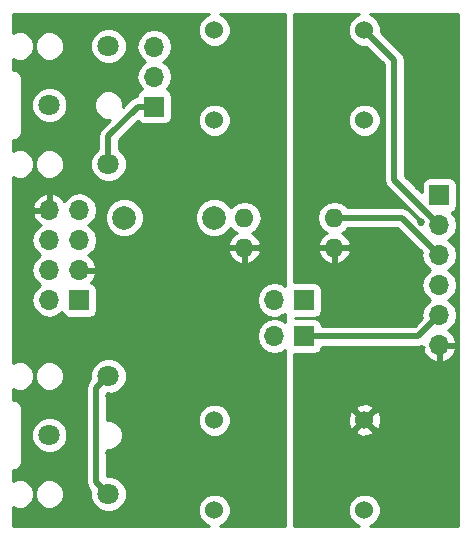
<source format=gbl>
G04 #@! TF.FileFunction,Copper,L2,Bot,Signal*
%FSLAX46Y46*%
G04 Gerber Fmt 4.6, Leading zero omitted, Abs format (unit mm)*
G04 Created by KiCad (PCBNEW 4.0.6) date Sunday, July 16, 2017 'PMt' 05:41:14 PM*
%MOMM*%
%LPD*%
G01*
G04 APERTURE LIST*
%ADD10C,0.100000*%
%ADD11C,0.685800*%
%ADD12R,1.700000X1.700000*%
%ADD13O,1.700000X1.700000*%
%ADD14C,1.800000*%
%ADD15O,1.600000X1.600000*%
%ADD16C,1.524000*%
%ADD17C,1.998980*%
%ADD18C,0.508000*%
%ADD19C,0.254000*%
G04 APERTURE END LIST*
D10*
D11*
X132334000Y-121412000D03*
X128524000Y-113284000D03*
X137668000Y-113030000D03*
X131318000Y-136144000D03*
X132334000Y-127508000D03*
X137160000Y-146558000D03*
X128524000Y-145542000D03*
X128524000Y-137922000D03*
X128524000Y-119380000D03*
X129286000Y-110236000D03*
X135636000Y-129286000D03*
X132080000Y-112522000D03*
X130810000Y-115570000D03*
X130810000Y-119380000D03*
X133858000Y-139700000D03*
X136398000Y-139700000D03*
X136398000Y-143764000D03*
X131826000Y-145542000D03*
X133858000Y-143764000D03*
X134620000Y-123952000D03*
X137160000Y-127000000D03*
X130556000Y-148336000D03*
X133858000Y-131318000D03*
X133858000Y-133858000D03*
X136398000Y-131572000D03*
X136398000Y-133858000D03*
X128778000Y-133858000D03*
X125222000Y-131064000D03*
X128524000Y-131064000D03*
X130810000Y-123698000D03*
X130810000Y-105664000D03*
X135890000Y-115570000D03*
X133350000Y-115570000D03*
X135636000Y-108458000D03*
X133350000Y-109728000D03*
X136652000Y-119888000D03*
X134620000Y-121158000D03*
X136906000Y-122936000D03*
X139700000Y-110236000D03*
X139700000Y-116586000D03*
X139700000Y-124460000D03*
X139700000Y-129540000D03*
X139700000Y-135636000D03*
X139700000Y-141986000D03*
X139700000Y-148336000D03*
X133604000Y-148336000D03*
X126492000Y-148336000D03*
X126492000Y-141986000D03*
X126492000Y-134620000D03*
X126492000Y-127508000D03*
X126492000Y-122936000D03*
X126492000Y-116586000D03*
X126492000Y-110236000D03*
X126492000Y-105664000D03*
X133350000Y-105664000D03*
X108204000Y-138684000D03*
X108204000Y-140716000D03*
X108458000Y-145542000D03*
X110490000Y-142494000D03*
X110490000Y-137668000D03*
X106426000Y-143510000D03*
X107442000Y-112776000D03*
X107696000Y-108204000D03*
X114554000Y-119634000D03*
X120650000Y-121158000D03*
X123190000Y-123698000D03*
X112776000Y-112014000D03*
X105156000Y-139192000D03*
X112268000Y-138430000D03*
X116840000Y-138430000D03*
X122682000Y-139446000D03*
X120904000Y-144780000D03*
X115316000Y-129032000D03*
X115316000Y-122682000D03*
X121412000Y-119126000D03*
X121666000Y-110236000D03*
X117094000Y-117602000D03*
X119380000Y-116078000D03*
X139700000Y-105664000D03*
X121666000Y-105664000D03*
X115316000Y-105664000D03*
X108966000Y-105664000D03*
X116078000Y-107696000D03*
X112268000Y-106680000D03*
X112776000Y-109220000D03*
X116078000Y-111252000D03*
X109220000Y-115062000D03*
X116840000Y-115062000D03*
X109728000Y-121920000D03*
X120904000Y-133858000D03*
X114300000Y-131572000D03*
X114300000Y-133858000D03*
X107950000Y-133858000D03*
X105410000Y-131318000D03*
X104140000Y-125730000D03*
X106680000Y-120650000D03*
X108712000Y-117602000D03*
X112268000Y-117602000D03*
X115316000Y-127000000D03*
X109220000Y-125730000D03*
X120650000Y-123952000D03*
X123444000Y-131064000D03*
X120904000Y-131572000D03*
X120904000Y-129032000D03*
X108712000Y-131572000D03*
X109728000Y-129540000D03*
X117856000Y-144780000D03*
X112268000Y-144780000D03*
X117856000Y-141224000D03*
X112268000Y-141224000D03*
X102616000Y-119888000D03*
X102616000Y-144272000D03*
X102616000Y-137668000D03*
X102616000Y-105664000D03*
X102616000Y-109728000D03*
X102616000Y-116586000D03*
X102616000Y-122936000D03*
X102616000Y-129286000D03*
X102616000Y-134112000D03*
X103632000Y-141986000D03*
X124968000Y-105664000D03*
X124968000Y-110236000D03*
X124968000Y-116586000D03*
X124968000Y-122936000D03*
X124968000Y-127508000D03*
X124968000Y-134620000D03*
X124968000Y-141986000D03*
X117856000Y-148336000D03*
X124968000Y-148336000D03*
X120904000Y-148336000D03*
X113792000Y-148336000D03*
X108966000Y-148336000D03*
D12*
X138430000Y-120650000D03*
D13*
X138430000Y-123190000D03*
X138430000Y-125730000D03*
X138430000Y-128270000D03*
X138430000Y-130810000D03*
X138430000Y-133350000D03*
D12*
X114300000Y-113157000D03*
D13*
X114300000Y-110617000D03*
X114300000Y-108077000D03*
D14*
X105410000Y-140970000D03*
X110410000Y-145970000D03*
X110410000Y-135970000D03*
X105410000Y-113030000D03*
X110410000Y-118030000D03*
X110410000Y-108030000D03*
D12*
X107950000Y-129540000D03*
D13*
X105410000Y-129540000D03*
X107950000Y-127000000D03*
X105410000Y-127000000D03*
X107950000Y-124460000D03*
X105410000Y-124460000D03*
X107950000Y-121920000D03*
X105410000Y-121920000D03*
D15*
X121920000Y-122555000D03*
X121920000Y-125095000D03*
X129540000Y-125095000D03*
X129540000Y-122555000D03*
D12*
X127000000Y-129540000D03*
D13*
X124460000Y-129540000D03*
D12*
X127000000Y-132588000D03*
D13*
X124460000Y-132588000D03*
D16*
X119380000Y-139700000D03*
X119380000Y-147320000D03*
X132080000Y-147320000D03*
X132080000Y-139700000D03*
X119380000Y-106680000D03*
X119380000Y-114300000D03*
X132080000Y-114300000D03*
X132080000Y-106680000D03*
D17*
X119380000Y-122555000D03*
X111760000Y-122555000D03*
D11*
X102616000Y-148336000D03*
D18*
X110410000Y-115650000D02*
X112903000Y-113157000D01*
X112903000Y-113157000D02*
X114300000Y-113157000D01*
X110410000Y-118030000D02*
X110410000Y-115650000D01*
X134620000Y-109220000D02*
X134620000Y-119380000D01*
X134620000Y-119380000D02*
X138430000Y-123190000D01*
X132080000Y-106680000D02*
X134620000Y-109220000D01*
X129540000Y-122682000D02*
X129667000Y-122555000D01*
X129667000Y-122555000D02*
X135255000Y-122555000D01*
X135255000Y-122555000D02*
X138430000Y-125730000D01*
X110410000Y-135970000D02*
X109403599Y-136976401D01*
X109403599Y-136976401D02*
X109403599Y-144963599D01*
X109403599Y-144963599D02*
X110410000Y-145970000D01*
X127000000Y-132588000D02*
X136652000Y-132588000D01*
X136652000Y-132588000D02*
X138430000Y-130810000D01*
D19*
G36*
X140006000Y-148642000D02*
X132538761Y-148642000D01*
X132870303Y-148505010D01*
X133263629Y-148112370D01*
X133476757Y-147599100D01*
X133477242Y-147043339D01*
X133265010Y-146529697D01*
X132872370Y-146136371D01*
X132359100Y-145923243D01*
X131803339Y-145922758D01*
X131289697Y-146134990D01*
X130896371Y-146527630D01*
X130683243Y-147040900D01*
X130682758Y-147596661D01*
X130894990Y-148110303D01*
X131287630Y-148503629D01*
X131620865Y-148642000D01*
X126111000Y-148642000D01*
X126111000Y-140680213D01*
X131279392Y-140680213D01*
X131348857Y-140922397D01*
X131872302Y-141109144D01*
X132427368Y-141081362D01*
X132811143Y-140922397D01*
X132880608Y-140680213D01*
X132080000Y-139879605D01*
X131279392Y-140680213D01*
X126111000Y-140680213D01*
X126111000Y-139492302D01*
X130670856Y-139492302D01*
X130698638Y-140047368D01*
X130857603Y-140431143D01*
X131099787Y-140500608D01*
X131900395Y-139700000D01*
X132259605Y-139700000D01*
X133060213Y-140500608D01*
X133302397Y-140431143D01*
X133489144Y-139907698D01*
X133461362Y-139352632D01*
X133302397Y-138968857D01*
X133060213Y-138899392D01*
X132259605Y-139700000D01*
X131900395Y-139700000D01*
X131099787Y-138899392D01*
X130857603Y-138968857D01*
X130670856Y-139492302D01*
X126111000Y-139492302D01*
X126111000Y-138719787D01*
X131279392Y-138719787D01*
X132080000Y-139520395D01*
X132880608Y-138719787D01*
X132811143Y-138477603D01*
X132287698Y-138290856D01*
X131732632Y-138318638D01*
X131348857Y-138477603D01*
X131279392Y-138719787D01*
X126111000Y-138719787D01*
X126111000Y-134077542D01*
X126150000Y-134085440D01*
X127850000Y-134085440D01*
X128085317Y-134041162D01*
X128301441Y-133902090D01*
X128446431Y-133689890D01*
X128489542Y-133477000D01*
X136652000Y-133477000D01*
X136945000Y-133418719D01*
X136945000Y-133477002D01*
X137109844Y-133477002D01*
X136988524Y-133706890D01*
X137158355Y-134116924D01*
X137548642Y-134545183D01*
X138073108Y-134791486D01*
X138303000Y-134670819D01*
X138303000Y-133477000D01*
X138557000Y-133477000D01*
X138557000Y-134670819D01*
X138786892Y-134791486D01*
X139311358Y-134545183D01*
X139701645Y-134116924D01*
X139871476Y-133706890D01*
X139750155Y-133477000D01*
X138557000Y-133477000D01*
X138303000Y-133477000D01*
X138283000Y-133477000D01*
X138283000Y-133223000D01*
X138303000Y-133223000D01*
X138303000Y-133203000D01*
X138557000Y-133203000D01*
X138557000Y-133223000D01*
X139750155Y-133223000D01*
X139871476Y-132993110D01*
X139701645Y-132583076D01*
X139311358Y-132154817D01*
X139168447Y-132087702D01*
X139509147Y-131860054D01*
X139831054Y-131378285D01*
X139944093Y-130810000D01*
X139831054Y-130241715D01*
X139509147Y-129759946D01*
X139179974Y-129540000D01*
X139509147Y-129320054D01*
X139831054Y-128838285D01*
X139944093Y-128270000D01*
X139831054Y-127701715D01*
X139509147Y-127219946D01*
X139179974Y-127000000D01*
X139509147Y-126780054D01*
X139831054Y-126298285D01*
X139944093Y-125730000D01*
X139831054Y-125161715D01*
X139509147Y-124679946D01*
X139179974Y-124460000D01*
X139509147Y-124240054D01*
X139831054Y-123758285D01*
X139944093Y-123190000D01*
X139831054Y-122621715D01*
X139509147Y-122139946D01*
X139467548Y-122112150D01*
X139515317Y-122103162D01*
X139731441Y-121964090D01*
X139876431Y-121751890D01*
X139927440Y-121500000D01*
X139927440Y-119800000D01*
X139883162Y-119564683D01*
X139744090Y-119348559D01*
X139531890Y-119203569D01*
X139280000Y-119152560D01*
X137580000Y-119152560D01*
X137344683Y-119196838D01*
X137128559Y-119335910D01*
X136983569Y-119548110D01*
X136932560Y-119800000D01*
X136932560Y-120435324D01*
X135509000Y-119011764D01*
X135509000Y-109220000D01*
X135441329Y-108879794D01*
X135248618Y-108591382D01*
X133476879Y-106819643D01*
X133477242Y-106403339D01*
X133265010Y-105889697D01*
X132872370Y-105496371D01*
X132539135Y-105358000D01*
X140006000Y-105358000D01*
X140006000Y-148642000D01*
X140006000Y-148642000D01*
G37*
X140006000Y-148642000D02*
X132538761Y-148642000D01*
X132870303Y-148505010D01*
X133263629Y-148112370D01*
X133476757Y-147599100D01*
X133477242Y-147043339D01*
X133265010Y-146529697D01*
X132872370Y-146136371D01*
X132359100Y-145923243D01*
X131803339Y-145922758D01*
X131289697Y-146134990D01*
X130896371Y-146527630D01*
X130683243Y-147040900D01*
X130682758Y-147596661D01*
X130894990Y-148110303D01*
X131287630Y-148503629D01*
X131620865Y-148642000D01*
X126111000Y-148642000D01*
X126111000Y-140680213D01*
X131279392Y-140680213D01*
X131348857Y-140922397D01*
X131872302Y-141109144D01*
X132427368Y-141081362D01*
X132811143Y-140922397D01*
X132880608Y-140680213D01*
X132080000Y-139879605D01*
X131279392Y-140680213D01*
X126111000Y-140680213D01*
X126111000Y-139492302D01*
X130670856Y-139492302D01*
X130698638Y-140047368D01*
X130857603Y-140431143D01*
X131099787Y-140500608D01*
X131900395Y-139700000D01*
X132259605Y-139700000D01*
X133060213Y-140500608D01*
X133302397Y-140431143D01*
X133489144Y-139907698D01*
X133461362Y-139352632D01*
X133302397Y-138968857D01*
X133060213Y-138899392D01*
X132259605Y-139700000D01*
X131900395Y-139700000D01*
X131099787Y-138899392D01*
X130857603Y-138968857D01*
X130670856Y-139492302D01*
X126111000Y-139492302D01*
X126111000Y-138719787D01*
X131279392Y-138719787D01*
X132080000Y-139520395D01*
X132880608Y-138719787D01*
X132811143Y-138477603D01*
X132287698Y-138290856D01*
X131732632Y-138318638D01*
X131348857Y-138477603D01*
X131279392Y-138719787D01*
X126111000Y-138719787D01*
X126111000Y-134077542D01*
X126150000Y-134085440D01*
X127850000Y-134085440D01*
X128085317Y-134041162D01*
X128301441Y-133902090D01*
X128446431Y-133689890D01*
X128489542Y-133477000D01*
X136652000Y-133477000D01*
X136945000Y-133418719D01*
X136945000Y-133477002D01*
X137109844Y-133477002D01*
X136988524Y-133706890D01*
X137158355Y-134116924D01*
X137548642Y-134545183D01*
X138073108Y-134791486D01*
X138303000Y-134670819D01*
X138303000Y-133477000D01*
X138557000Y-133477000D01*
X138557000Y-134670819D01*
X138786892Y-134791486D01*
X139311358Y-134545183D01*
X139701645Y-134116924D01*
X139871476Y-133706890D01*
X139750155Y-133477000D01*
X138557000Y-133477000D01*
X138303000Y-133477000D01*
X138283000Y-133477000D01*
X138283000Y-133223000D01*
X138303000Y-133223000D01*
X138303000Y-133203000D01*
X138557000Y-133203000D01*
X138557000Y-133223000D01*
X139750155Y-133223000D01*
X139871476Y-132993110D01*
X139701645Y-132583076D01*
X139311358Y-132154817D01*
X139168447Y-132087702D01*
X139509147Y-131860054D01*
X139831054Y-131378285D01*
X139944093Y-130810000D01*
X139831054Y-130241715D01*
X139509147Y-129759946D01*
X139179974Y-129540000D01*
X139509147Y-129320054D01*
X139831054Y-128838285D01*
X139944093Y-128270000D01*
X139831054Y-127701715D01*
X139509147Y-127219946D01*
X139179974Y-127000000D01*
X139509147Y-126780054D01*
X139831054Y-126298285D01*
X139944093Y-125730000D01*
X139831054Y-125161715D01*
X139509147Y-124679946D01*
X139179974Y-124460000D01*
X139509147Y-124240054D01*
X139831054Y-123758285D01*
X139944093Y-123190000D01*
X139831054Y-122621715D01*
X139509147Y-122139946D01*
X139467548Y-122112150D01*
X139515317Y-122103162D01*
X139731441Y-121964090D01*
X139876431Y-121751890D01*
X139927440Y-121500000D01*
X139927440Y-119800000D01*
X139883162Y-119564683D01*
X139744090Y-119348559D01*
X139531890Y-119203569D01*
X139280000Y-119152560D01*
X137580000Y-119152560D01*
X137344683Y-119196838D01*
X137128559Y-119335910D01*
X136983569Y-119548110D01*
X136932560Y-119800000D01*
X136932560Y-120435324D01*
X135509000Y-119011764D01*
X135509000Y-109220000D01*
X135441329Y-108879794D01*
X135248618Y-108591382D01*
X133476879Y-106819643D01*
X133477242Y-106403339D01*
X133265010Y-105889697D01*
X132872370Y-105496371D01*
X132539135Y-105358000D01*
X140006000Y-105358000D01*
X140006000Y-148642000D01*
G36*
X131289697Y-105494990D02*
X130896371Y-105887630D01*
X130683243Y-106400900D01*
X130682758Y-106956661D01*
X130894990Y-107470303D01*
X131287630Y-107863629D01*
X131800900Y-108076757D01*
X132219887Y-108077123D01*
X133731000Y-109588236D01*
X133731000Y-119380000D01*
X133798671Y-119720206D01*
X133851988Y-119800000D01*
X133991382Y-120008618D01*
X136958522Y-122975758D01*
X136954287Y-122997051D01*
X135883618Y-121926382D01*
X135721471Y-121818039D01*
X135595206Y-121733671D01*
X135255000Y-121666000D01*
X130666800Y-121666000D01*
X130582811Y-121540302D01*
X130117264Y-121229233D01*
X129568113Y-121120000D01*
X129511887Y-121120000D01*
X128962736Y-121229233D01*
X128497189Y-121540302D01*
X128186120Y-122005849D01*
X128076887Y-122555000D01*
X128186120Y-123104151D01*
X128497189Y-123569698D01*
X128901703Y-123839986D01*
X128684866Y-123942611D01*
X128308959Y-124357577D01*
X128148096Y-124745961D01*
X128270085Y-124968000D01*
X129413000Y-124968000D01*
X129413000Y-124948000D01*
X129667000Y-124948000D01*
X129667000Y-124968000D01*
X130809915Y-124968000D01*
X130931904Y-124745961D01*
X130771041Y-124357577D01*
X130395134Y-123942611D01*
X130178297Y-123839986D01*
X130582811Y-123569698D01*
X130666800Y-123444000D01*
X134886764Y-123444000D01*
X136958522Y-125515758D01*
X136915907Y-125730000D01*
X137028946Y-126298285D01*
X137350853Y-126780054D01*
X137680026Y-127000000D01*
X137350853Y-127219946D01*
X137028946Y-127701715D01*
X136915907Y-128270000D01*
X137028946Y-128838285D01*
X137350853Y-129320054D01*
X137680026Y-129540000D01*
X137350853Y-129759946D01*
X137028946Y-130241715D01*
X136915907Y-130810000D01*
X136958522Y-131024242D01*
X136283764Y-131699000D01*
X128490102Y-131699000D01*
X128453162Y-131502683D01*
X128314090Y-131286559D01*
X128101890Y-131141569D01*
X127850000Y-131090560D01*
X126199877Y-131090560D01*
X126199923Y-131037440D01*
X127850000Y-131037440D01*
X128085317Y-130993162D01*
X128301441Y-130854090D01*
X128446431Y-130641890D01*
X128497440Y-130390000D01*
X128497440Y-128690000D01*
X128453162Y-128454683D01*
X128314090Y-128238559D01*
X128101890Y-128093569D01*
X127850000Y-128042560D01*
X126150000Y-128042560D01*
X126111000Y-128049898D01*
X126111000Y-125444039D01*
X128148096Y-125444039D01*
X128308959Y-125832423D01*
X128684866Y-126247389D01*
X129190959Y-126486914D01*
X129413000Y-126365629D01*
X129413000Y-125222000D01*
X129667000Y-125222000D01*
X129667000Y-126365629D01*
X129889041Y-126486914D01*
X130395134Y-126247389D01*
X130771041Y-125832423D01*
X130931904Y-125444039D01*
X130809915Y-125222000D01*
X129667000Y-125222000D01*
X129413000Y-125222000D01*
X128270085Y-125222000D01*
X128148096Y-125444039D01*
X126111000Y-125444039D01*
X126111000Y-114576661D01*
X130682758Y-114576661D01*
X130894990Y-115090303D01*
X131287630Y-115483629D01*
X131800900Y-115696757D01*
X132356661Y-115697242D01*
X132870303Y-115485010D01*
X133263629Y-115092370D01*
X133476757Y-114579100D01*
X133477242Y-114023339D01*
X133265010Y-113509697D01*
X132872370Y-113116371D01*
X132359100Y-112903243D01*
X131803339Y-112902758D01*
X131289697Y-113114990D01*
X130896371Y-113507630D01*
X130683243Y-114020900D01*
X130682758Y-114576661D01*
X126111000Y-114576661D01*
X126111000Y-105358000D01*
X131621239Y-105358000D01*
X131289697Y-105494990D01*
X131289697Y-105494990D01*
G37*
X131289697Y-105494990D02*
X130896371Y-105887630D01*
X130683243Y-106400900D01*
X130682758Y-106956661D01*
X130894990Y-107470303D01*
X131287630Y-107863629D01*
X131800900Y-108076757D01*
X132219887Y-108077123D01*
X133731000Y-109588236D01*
X133731000Y-119380000D01*
X133798671Y-119720206D01*
X133851988Y-119800000D01*
X133991382Y-120008618D01*
X136958522Y-122975758D01*
X136954287Y-122997051D01*
X135883618Y-121926382D01*
X135721471Y-121818039D01*
X135595206Y-121733671D01*
X135255000Y-121666000D01*
X130666800Y-121666000D01*
X130582811Y-121540302D01*
X130117264Y-121229233D01*
X129568113Y-121120000D01*
X129511887Y-121120000D01*
X128962736Y-121229233D01*
X128497189Y-121540302D01*
X128186120Y-122005849D01*
X128076887Y-122555000D01*
X128186120Y-123104151D01*
X128497189Y-123569698D01*
X128901703Y-123839986D01*
X128684866Y-123942611D01*
X128308959Y-124357577D01*
X128148096Y-124745961D01*
X128270085Y-124968000D01*
X129413000Y-124968000D01*
X129413000Y-124948000D01*
X129667000Y-124948000D01*
X129667000Y-124968000D01*
X130809915Y-124968000D01*
X130931904Y-124745961D01*
X130771041Y-124357577D01*
X130395134Y-123942611D01*
X130178297Y-123839986D01*
X130582811Y-123569698D01*
X130666800Y-123444000D01*
X134886764Y-123444000D01*
X136958522Y-125515758D01*
X136915907Y-125730000D01*
X137028946Y-126298285D01*
X137350853Y-126780054D01*
X137680026Y-127000000D01*
X137350853Y-127219946D01*
X137028946Y-127701715D01*
X136915907Y-128270000D01*
X137028946Y-128838285D01*
X137350853Y-129320054D01*
X137680026Y-129540000D01*
X137350853Y-129759946D01*
X137028946Y-130241715D01*
X136915907Y-130810000D01*
X136958522Y-131024242D01*
X136283764Y-131699000D01*
X128490102Y-131699000D01*
X128453162Y-131502683D01*
X128314090Y-131286559D01*
X128101890Y-131141569D01*
X127850000Y-131090560D01*
X126199877Y-131090560D01*
X126199923Y-131037440D01*
X127850000Y-131037440D01*
X128085317Y-130993162D01*
X128301441Y-130854090D01*
X128446431Y-130641890D01*
X128497440Y-130390000D01*
X128497440Y-128690000D01*
X128453162Y-128454683D01*
X128314090Y-128238559D01*
X128101890Y-128093569D01*
X127850000Y-128042560D01*
X126150000Y-128042560D01*
X126111000Y-128049898D01*
X126111000Y-125444039D01*
X128148096Y-125444039D01*
X128308959Y-125832423D01*
X128684866Y-126247389D01*
X129190959Y-126486914D01*
X129413000Y-126365629D01*
X129413000Y-125222000D01*
X129667000Y-125222000D01*
X129667000Y-126365629D01*
X129889041Y-126486914D01*
X130395134Y-126247389D01*
X130771041Y-125832423D01*
X130931904Y-125444039D01*
X130809915Y-125222000D01*
X129667000Y-125222000D01*
X129413000Y-125222000D01*
X128270085Y-125222000D01*
X128148096Y-125444039D01*
X126111000Y-125444039D01*
X126111000Y-114576661D01*
X130682758Y-114576661D01*
X130894990Y-115090303D01*
X131287630Y-115483629D01*
X131800900Y-115696757D01*
X132356661Y-115697242D01*
X132870303Y-115485010D01*
X133263629Y-115092370D01*
X133476757Y-114579100D01*
X133477242Y-114023339D01*
X133265010Y-113509697D01*
X132872370Y-113116371D01*
X132359100Y-112903243D01*
X131803339Y-112902758D01*
X131289697Y-113114990D01*
X130896371Y-113507630D01*
X130683243Y-114020900D01*
X130682758Y-114576661D01*
X126111000Y-114576661D01*
X126111000Y-105358000D01*
X131621239Y-105358000D01*
X131289697Y-105494990D01*
G36*
X118589697Y-105494990D02*
X118196371Y-105887630D01*
X117983243Y-106400900D01*
X117982758Y-106956661D01*
X118194990Y-107470303D01*
X118587630Y-107863629D01*
X119100900Y-108076757D01*
X119656661Y-108077242D01*
X120170303Y-107865010D01*
X120563629Y-107472370D01*
X120776757Y-106959100D01*
X120777242Y-106403339D01*
X120565010Y-105889697D01*
X120172370Y-105496371D01*
X119839135Y-105358000D01*
X125349000Y-105358000D01*
X125349000Y-128353240D01*
X125028285Y-128138946D01*
X124460000Y-128025907D01*
X123891715Y-128138946D01*
X123409946Y-128460853D01*
X123088039Y-128942622D01*
X122975000Y-129510907D01*
X122975000Y-129569093D01*
X123088039Y-130137378D01*
X123409946Y-130619147D01*
X123891715Y-130941054D01*
X124460000Y-131054093D01*
X125028285Y-130941054D01*
X125349000Y-130726760D01*
X125349000Y-131401240D01*
X125028285Y-131186946D01*
X124460000Y-131073907D01*
X123891715Y-131186946D01*
X123409946Y-131508853D01*
X123088039Y-131990622D01*
X122975000Y-132558907D01*
X122975000Y-132617093D01*
X123088039Y-133185378D01*
X123409946Y-133667147D01*
X123891715Y-133989054D01*
X124460000Y-134102093D01*
X125028285Y-133989054D01*
X125349000Y-133774760D01*
X125349000Y-148642000D01*
X119838761Y-148642000D01*
X120170303Y-148505010D01*
X120563629Y-148112370D01*
X120776757Y-147599100D01*
X120777242Y-147043339D01*
X120565010Y-146529697D01*
X120172370Y-146136371D01*
X119659100Y-145923243D01*
X119103339Y-145922758D01*
X118589697Y-146134990D01*
X118196371Y-146527630D01*
X117983243Y-147040900D01*
X117982758Y-147596661D01*
X118194990Y-148110303D01*
X118587630Y-148503629D01*
X118920865Y-148642000D01*
X102310000Y-148642000D01*
X102310000Y-147058096D01*
X102663266Y-147204785D01*
X103154579Y-147205214D01*
X103608657Y-147017592D01*
X103956371Y-146670485D01*
X104144785Y-146216734D01*
X104144786Y-146214579D01*
X104174786Y-146214579D01*
X104362408Y-146668657D01*
X104709515Y-147016371D01*
X105163266Y-147204785D01*
X105654579Y-147205214D01*
X106108657Y-147017592D01*
X106456371Y-146670485D01*
X106644785Y-146216734D01*
X106645214Y-145725421D01*
X106457592Y-145271343D01*
X106110485Y-144923629D01*
X105656734Y-144735215D01*
X105165421Y-144734786D01*
X104711343Y-144922408D01*
X104363629Y-145269515D01*
X104175215Y-145723266D01*
X104174786Y-146214579D01*
X104144786Y-146214579D01*
X104145214Y-145725421D01*
X103957592Y-145271343D01*
X103610485Y-144923629D01*
X103156734Y-144735215D01*
X102665421Y-144734786D01*
X102310000Y-144881644D01*
X102310000Y-143966000D01*
X102362000Y-143966000D01*
X102633705Y-143911954D01*
X102864046Y-143758046D01*
X103017954Y-143527705D01*
X103072000Y-143256000D01*
X103072000Y-141273991D01*
X103874735Y-141273991D01*
X104107932Y-141838371D01*
X104539357Y-142270551D01*
X105103330Y-142504733D01*
X105713991Y-142505265D01*
X106278371Y-142272068D01*
X106710551Y-141840643D01*
X106944733Y-141276670D01*
X106945265Y-140666009D01*
X106712068Y-140101629D01*
X106280643Y-139669449D01*
X105716670Y-139435267D01*
X105106009Y-139434735D01*
X104541629Y-139667932D01*
X104109449Y-140099357D01*
X103875267Y-140663330D01*
X103874735Y-141273991D01*
X103072000Y-141273991D01*
X103072000Y-138684000D01*
X103017954Y-138412295D01*
X102864046Y-138181954D01*
X102633705Y-138028046D01*
X102362000Y-137974000D01*
X102310000Y-137974000D01*
X102310000Y-137058096D01*
X102663266Y-137204785D01*
X103154579Y-137205214D01*
X103608657Y-137017592D01*
X103956371Y-136670485D01*
X104144785Y-136216734D01*
X104144786Y-136214579D01*
X104174786Y-136214579D01*
X104362408Y-136668657D01*
X104709515Y-137016371D01*
X105163266Y-137204785D01*
X105654579Y-137205214D01*
X106108657Y-137017592D01*
X106149920Y-136976401D01*
X108514599Y-136976401D01*
X108514599Y-144963599D01*
X108582270Y-145303805D01*
X108774981Y-145592217D01*
X108875242Y-145692478D01*
X108874735Y-146273991D01*
X109107932Y-146838371D01*
X109539357Y-147270551D01*
X110103330Y-147504733D01*
X110713991Y-147505265D01*
X111278371Y-147272068D01*
X111710551Y-146840643D01*
X111944733Y-146276670D01*
X111945265Y-145666009D01*
X111712068Y-145101629D01*
X111280643Y-144669449D01*
X110716670Y-144435267D01*
X110292599Y-144434898D01*
X110292599Y-142204898D01*
X110654579Y-142205214D01*
X111108657Y-142017592D01*
X111456371Y-141670485D01*
X111644785Y-141216734D01*
X111645214Y-140725421D01*
X111457592Y-140271343D01*
X111163425Y-139976661D01*
X117982758Y-139976661D01*
X118194990Y-140490303D01*
X118587630Y-140883629D01*
X119100900Y-141096757D01*
X119656661Y-141097242D01*
X120170303Y-140885010D01*
X120563629Y-140492370D01*
X120776757Y-139979100D01*
X120777242Y-139423339D01*
X120565010Y-138909697D01*
X120172370Y-138516371D01*
X119659100Y-138303243D01*
X119103339Y-138302758D01*
X118589697Y-138514990D01*
X118196371Y-138907630D01*
X117983243Y-139420900D01*
X117982758Y-139976661D01*
X111163425Y-139976661D01*
X111110485Y-139923629D01*
X110656734Y-139735215D01*
X110292599Y-139734897D01*
X110292599Y-137504898D01*
X110713991Y-137505265D01*
X111278371Y-137272068D01*
X111710551Y-136840643D01*
X111944733Y-136276670D01*
X111945265Y-135666009D01*
X111712068Y-135101629D01*
X111280643Y-134669449D01*
X110716670Y-134435267D01*
X110106009Y-134434735D01*
X109541629Y-134667932D01*
X109109449Y-135099357D01*
X108875267Y-135663330D01*
X108874758Y-136248006D01*
X108774981Y-136347783D01*
X108582270Y-136636195D01*
X108514599Y-136976401D01*
X106149920Y-136976401D01*
X106456371Y-136670485D01*
X106644785Y-136216734D01*
X106645214Y-135725421D01*
X106457592Y-135271343D01*
X106110485Y-134923629D01*
X105656734Y-134735215D01*
X105165421Y-134734786D01*
X104711343Y-134922408D01*
X104363629Y-135269515D01*
X104175215Y-135723266D01*
X104174786Y-136214579D01*
X104144786Y-136214579D01*
X104145214Y-135725421D01*
X103957592Y-135271343D01*
X103610485Y-134923629D01*
X103156734Y-134735215D01*
X102665421Y-134734786D01*
X102310000Y-134881644D01*
X102310000Y-124460000D01*
X103895907Y-124460000D01*
X104008946Y-125028285D01*
X104330853Y-125510054D01*
X104660026Y-125730000D01*
X104330853Y-125949946D01*
X104008946Y-126431715D01*
X103895907Y-127000000D01*
X104008946Y-127568285D01*
X104330853Y-128050054D01*
X104660026Y-128270000D01*
X104330853Y-128489946D01*
X104008946Y-128971715D01*
X103895907Y-129540000D01*
X104008946Y-130108285D01*
X104330853Y-130590054D01*
X104812622Y-130911961D01*
X105380907Y-131025000D01*
X105439093Y-131025000D01*
X106007378Y-130911961D01*
X106489147Y-130590054D01*
X106489971Y-130588821D01*
X106496838Y-130625317D01*
X106635910Y-130841441D01*
X106848110Y-130986431D01*
X107100000Y-131037440D01*
X108800000Y-131037440D01*
X109035317Y-130993162D01*
X109251441Y-130854090D01*
X109396431Y-130641890D01*
X109447440Y-130390000D01*
X109447440Y-128690000D01*
X109403162Y-128454683D01*
X109264090Y-128238559D01*
X109051890Y-128093569D01*
X108943893Y-128071699D01*
X109221645Y-127766924D01*
X109391476Y-127356890D01*
X109270155Y-127127000D01*
X108077000Y-127127000D01*
X108077000Y-127147000D01*
X107823000Y-127147000D01*
X107823000Y-127127000D01*
X107803000Y-127127000D01*
X107803000Y-126873000D01*
X107823000Y-126873000D01*
X107823000Y-126853000D01*
X108077000Y-126853000D01*
X108077000Y-126873000D01*
X109270155Y-126873000D01*
X109391476Y-126643110D01*
X109221645Y-126233076D01*
X108831358Y-125804817D01*
X108688447Y-125737702D01*
X109029147Y-125510054D01*
X109073256Y-125444039D01*
X120528096Y-125444039D01*
X120688959Y-125832423D01*
X121064866Y-126247389D01*
X121570959Y-126486914D01*
X121793000Y-126365629D01*
X121793000Y-125222000D01*
X122047000Y-125222000D01*
X122047000Y-126365629D01*
X122269041Y-126486914D01*
X122775134Y-126247389D01*
X123151041Y-125832423D01*
X123311904Y-125444039D01*
X123189915Y-125222000D01*
X122047000Y-125222000D01*
X121793000Y-125222000D01*
X120650085Y-125222000D01*
X120528096Y-125444039D01*
X109073256Y-125444039D01*
X109351054Y-125028285D01*
X109464093Y-124460000D01*
X109351054Y-123891715D01*
X109029147Y-123409946D01*
X108699974Y-123190000D01*
X109029147Y-122970054D01*
X109090191Y-122878694D01*
X110125226Y-122878694D01*
X110373538Y-123479655D01*
X110832927Y-123939846D01*
X111433453Y-124189206D01*
X112083694Y-124189774D01*
X112684655Y-123941462D01*
X113144846Y-123482073D01*
X113394206Y-122881547D01*
X113394208Y-122878694D01*
X117745226Y-122878694D01*
X117993538Y-123479655D01*
X118452927Y-123939846D01*
X119053453Y-124189206D01*
X119703694Y-124189774D01*
X120304655Y-123941462D01*
X120764846Y-123482073D01*
X120785463Y-123432421D01*
X120877189Y-123569698D01*
X121281703Y-123839986D01*
X121064866Y-123942611D01*
X120688959Y-124357577D01*
X120528096Y-124745961D01*
X120650085Y-124968000D01*
X121793000Y-124968000D01*
X121793000Y-124948000D01*
X122047000Y-124948000D01*
X122047000Y-124968000D01*
X123189915Y-124968000D01*
X123311904Y-124745961D01*
X123151041Y-124357577D01*
X122775134Y-123942611D01*
X122558297Y-123839986D01*
X122962811Y-123569698D01*
X123273880Y-123104151D01*
X123383113Y-122555000D01*
X123273880Y-122005849D01*
X122962811Y-121540302D01*
X122497264Y-121229233D01*
X121948113Y-121120000D01*
X121891887Y-121120000D01*
X121342736Y-121229233D01*
X120877189Y-121540302D01*
X120785782Y-121677102D01*
X120766462Y-121630345D01*
X120307073Y-121170154D01*
X119706547Y-120920794D01*
X119056306Y-120920226D01*
X118455345Y-121168538D01*
X117995154Y-121627927D01*
X117745794Y-122228453D01*
X117745226Y-122878694D01*
X113394208Y-122878694D01*
X113394774Y-122231306D01*
X113146462Y-121630345D01*
X112687073Y-121170154D01*
X112086547Y-120920794D01*
X111436306Y-120920226D01*
X110835345Y-121168538D01*
X110375154Y-121627927D01*
X110125794Y-122228453D01*
X110125226Y-122878694D01*
X109090191Y-122878694D01*
X109351054Y-122488285D01*
X109464093Y-121920000D01*
X109351054Y-121351715D01*
X109029147Y-120869946D01*
X108547378Y-120548039D01*
X107979093Y-120435000D01*
X107920907Y-120435000D01*
X107352622Y-120548039D01*
X106870853Y-120869946D01*
X106681655Y-121153101D01*
X106681645Y-121153076D01*
X106291358Y-120724817D01*
X105766892Y-120478514D01*
X105537000Y-120599181D01*
X105537000Y-121793000D01*
X105557000Y-121793000D01*
X105557000Y-122047000D01*
X105537000Y-122047000D01*
X105537000Y-122067000D01*
X105283000Y-122067000D01*
X105283000Y-122047000D01*
X104089845Y-122047000D01*
X103968524Y-122276890D01*
X104138355Y-122686924D01*
X104528642Y-123115183D01*
X104671553Y-123182298D01*
X104330853Y-123409946D01*
X104008946Y-123891715D01*
X103895907Y-124460000D01*
X102310000Y-124460000D01*
X102310000Y-121563110D01*
X103968524Y-121563110D01*
X104089845Y-121793000D01*
X105283000Y-121793000D01*
X105283000Y-120599181D01*
X105053108Y-120478514D01*
X104528642Y-120724817D01*
X104138355Y-121153076D01*
X103968524Y-121563110D01*
X102310000Y-121563110D01*
X102310000Y-119118096D01*
X102663266Y-119264785D01*
X103154579Y-119265214D01*
X103608657Y-119077592D01*
X103956371Y-118730485D01*
X104144785Y-118276734D01*
X104144786Y-118274579D01*
X104174786Y-118274579D01*
X104362408Y-118728657D01*
X104709515Y-119076371D01*
X105163266Y-119264785D01*
X105654579Y-119265214D01*
X106108657Y-119077592D01*
X106456371Y-118730485D01*
X106621009Y-118333991D01*
X108874735Y-118333991D01*
X109107932Y-118898371D01*
X109539357Y-119330551D01*
X110103330Y-119564733D01*
X110713991Y-119565265D01*
X111278371Y-119332068D01*
X111710551Y-118900643D01*
X111944733Y-118336670D01*
X111945265Y-117726009D01*
X111712068Y-117161629D01*
X111299000Y-116747838D01*
X111299000Y-116018236D01*
X112936140Y-114381096D01*
X112985910Y-114458441D01*
X113198110Y-114603431D01*
X113450000Y-114654440D01*
X115150000Y-114654440D01*
X115385317Y-114610162D01*
X115437379Y-114576661D01*
X117982758Y-114576661D01*
X118194990Y-115090303D01*
X118587630Y-115483629D01*
X119100900Y-115696757D01*
X119656661Y-115697242D01*
X120170303Y-115485010D01*
X120563629Y-115092370D01*
X120776757Y-114579100D01*
X120777242Y-114023339D01*
X120565010Y-113509697D01*
X120172370Y-113116371D01*
X119659100Y-112903243D01*
X119103339Y-112902758D01*
X118589697Y-113114990D01*
X118196371Y-113507630D01*
X117983243Y-114020900D01*
X117982758Y-114576661D01*
X115437379Y-114576661D01*
X115601441Y-114471090D01*
X115746431Y-114258890D01*
X115797440Y-114007000D01*
X115797440Y-112307000D01*
X115753162Y-112071683D01*
X115614090Y-111855559D01*
X115401890Y-111710569D01*
X115334459Y-111696914D01*
X115379147Y-111667054D01*
X115701054Y-111185285D01*
X115814093Y-110617000D01*
X115701054Y-110048715D01*
X115379147Y-109566946D01*
X115049974Y-109347000D01*
X115379147Y-109127054D01*
X115701054Y-108645285D01*
X115814093Y-108077000D01*
X115701054Y-107508715D01*
X115379147Y-107026946D01*
X114897378Y-106705039D01*
X114329093Y-106592000D01*
X114270907Y-106592000D01*
X113702622Y-106705039D01*
X113220853Y-107026946D01*
X112898946Y-107508715D01*
X112785907Y-108077000D01*
X112898946Y-108645285D01*
X113220853Y-109127054D01*
X113550026Y-109347000D01*
X113220853Y-109566946D01*
X112898946Y-110048715D01*
X112785907Y-110617000D01*
X112898946Y-111185285D01*
X113220853Y-111667054D01*
X113262452Y-111694850D01*
X113214683Y-111703838D01*
X112998559Y-111842910D01*
X112853569Y-112055110D01*
X112806574Y-112287180D01*
X112562794Y-112335671D01*
X112274382Y-112528382D01*
X111644889Y-113157875D01*
X111645214Y-112785421D01*
X111457592Y-112331343D01*
X111110485Y-111983629D01*
X110656734Y-111795215D01*
X110165421Y-111794786D01*
X109711343Y-111982408D01*
X109363629Y-112329515D01*
X109175215Y-112783266D01*
X109174786Y-113274579D01*
X109362408Y-113728657D01*
X109709515Y-114076371D01*
X110163266Y-114264785D01*
X110537652Y-114265112D01*
X109781382Y-115021382D01*
X109588671Y-115309794D01*
X109521000Y-115650000D01*
X109521000Y-116748525D01*
X109109449Y-117159357D01*
X108875267Y-117723330D01*
X108874735Y-118333991D01*
X106621009Y-118333991D01*
X106644785Y-118276734D01*
X106645214Y-117785421D01*
X106457592Y-117331343D01*
X106110485Y-116983629D01*
X105656734Y-116795215D01*
X105165421Y-116794786D01*
X104711343Y-116982408D01*
X104363629Y-117329515D01*
X104175215Y-117783266D01*
X104174786Y-118274579D01*
X104144786Y-118274579D01*
X104145214Y-117785421D01*
X103957592Y-117331343D01*
X103610485Y-116983629D01*
X103156734Y-116795215D01*
X102665421Y-116794786D01*
X102310000Y-116941644D01*
X102310000Y-116026000D01*
X102362000Y-116026000D01*
X102633705Y-115971954D01*
X102864046Y-115818046D01*
X103017954Y-115587705D01*
X103072000Y-115316000D01*
X103072000Y-113333991D01*
X103874735Y-113333991D01*
X104107932Y-113898371D01*
X104539357Y-114330551D01*
X105103330Y-114564733D01*
X105713991Y-114565265D01*
X106278371Y-114332068D01*
X106710551Y-113900643D01*
X106944733Y-113336670D01*
X106945265Y-112726009D01*
X106712068Y-112161629D01*
X106280643Y-111729449D01*
X105716670Y-111495267D01*
X105106009Y-111494735D01*
X104541629Y-111727932D01*
X104109449Y-112159357D01*
X103875267Y-112723330D01*
X103874735Y-113333991D01*
X103072000Y-113333991D01*
X103072000Y-110744000D01*
X103017954Y-110472295D01*
X102864046Y-110241954D01*
X102633705Y-110088046D01*
X102362000Y-110034000D01*
X102310000Y-110034000D01*
X102310000Y-109118096D01*
X102663266Y-109264785D01*
X103154579Y-109265214D01*
X103608657Y-109077592D01*
X103956371Y-108730485D01*
X104144785Y-108276734D01*
X104144786Y-108274579D01*
X104174786Y-108274579D01*
X104362408Y-108728657D01*
X104709515Y-109076371D01*
X105163266Y-109264785D01*
X105654579Y-109265214D01*
X106108657Y-109077592D01*
X106456371Y-108730485D01*
X106621009Y-108333991D01*
X108874735Y-108333991D01*
X109107932Y-108898371D01*
X109539357Y-109330551D01*
X110103330Y-109564733D01*
X110713991Y-109565265D01*
X111278371Y-109332068D01*
X111710551Y-108900643D01*
X111944733Y-108336670D01*
X111945265Y-107726009D01*
X111712068Y-107161629D01*
X111280643Y-106729449D01*
X110716670Y-106495267D01*
X110106009Y-106494735D01*
X109541629Y-106727932D01*
X109109449Y-107159357D01*
X108875267Y-107723330D01*
X108874735Y-108333991D01*
X106621009Y-108333991D01*
X106644785Y-108276734D01*
X106645214Y-107785421D01*
X106457592Y-107331343D01*
X106110485Y-106983629D01*
X105656734Y-106795215D01*
X105165421Y-106794786D01*
X104711343Y-106982408D01*
X104363629Y-107329515D01*
X104175215Y-107783266D01*
X104174786Y-108274579D01*
X104144786Y-108274579D01*
X104145214Y-107785421D01*
X103957592Y-107331343D01*
X103610485Y-106983629D01*
X103156734Y-106795215D01*
X102665421Y-106794786D01*
X102310000Y-106941644D01*
X102310000Y-105358000D01*
X118921239Y-105358000D01*
X118589697Y-105494990D01*
X118589697Y-105494990D01*
G37*
X118589697Y-105494990D02*
X118196371Y-105887630D01*
X117983243Y-106400900D01*
X117982758Y-106956661D01*
X118194990Y-107470303D01*
X118587630Y-107863629D01*
X119100900Y-108076757D01*
X119656661Y-108077242D01*
X120170303Y-107865010D01*
X120563629Y-107472370D01*
X120776757Y-106959100D01*
X120777242Y-106403339D01*
X120565010Y-105889697D01*
X120172370Y-105496371D01*
X119839135Y-105358000D01*
X125349000Y-105358000D01*
X125349000Y-128353240D01*
X125028285Y-128138946D01*
X124460000Y-128025907D01*
X123891715Y-128138946D01*
X123409946Y-128460853D01*
X123088039Y-128942622D01*
X122975000Y-129510907D01*
X122975000Y-129569093D01*
X123088039Y-130137378D01*
X123409946Y-130619147D01*
X123891715Y-130941054D01*
X124460000Y-131054093D01*
X125028285Y-130941054D01*
X125349000Y-130726760D01*
X125349000Y-131401240D01*
X125028285Y-131186946D01*
X124460000Y-131073907D01*
X123891715Y-131186946D01*
X123409946Y-131508853D01*
X123088039Y-131990622D01*
X122975000Y-132558907D01*
X122975000Y-132617093D01*
X123088039Y-133185378D01*
X123409946Y-133667147D01*
X123891715Y-133989054D01*
X124460000Y-134102093D01*
X125028285Y-133989054D01*
X125349000Y-133774760D01*
X125349000Y-148642000D01*
X119838761Y-148642000D01*
X120170303Y-148505010D01*
X120563629Y-148112370D01*
X120776757Y-147599100D01*
X120777242Y-147043339D01*
X120565010Y-146529697D01*
X120172370Y-146136371D01*
X119659100Y-145923243D01*
X119103339Y-145922758D01*
X118589697Y-146134990D01*
X118196371Y-146527630D01*
X117983243Y-147040900D01*
X117982758Y-147596661D01*
X118194990Y-148110303D01*
X118587630Y-148503629D01*
X118920865Y-148642000D01*
X102310000Y-148642000D01*
X102310000Y-147058096D01*
X102663266Y-147204785D01*
X103154579Y-147205214D01*
X103608657Y-147017592D01*
X103956371Y-146670485D01*
X104144785Y-146216734D01*
X104144786Y-146214579D01*
X104174786Y-146214579D01*
X104362408Y-146668657D01*
X104709515Y-147016371D01*
X105163266Y-147204785D01*
X105654579Y-147205214D01*
X106108657Y-147017592D01*
X106456371Y-146670485D01*
X106644785Y-146216734D01*
X106645214Y-145725421D01*
X106457592Y-145271343D01*
X106110485Y-144923629D01*
X105656734Y-144735215D01*
X105165421Y-144734786D01*
X104711343Y-144922408D01*
X104363629Y-145269515D01*
X104175215Y-145723266D01*
X104174786Y-146214579D01*
X104144786Y-146214579D01*
X104145214Y-145725421D01*
X103957592Y-145271343D01*
X103610485Y-144923629D01*
X103156734Y-144735215D01*
X102665421Y-144734786D01*
X102310000Y-144881644D01*
X102310000Y-143966000D01*
X102362000Y-143966000D01*
X102633705Y-143911954D01*
X102864046Y-143758046D01*
X103017954Y-143527705D01*
X103072000Y-143256000D01*
X103072000Y-141273991D01*
X103874735Y-141273991D01*
X104107932Y-141838371D01*
X104539357Y-142270551D01*
X105103330Y-142504733D01*
X105713991Y-142505265D01*
X106278371Y-142272068D01*
X106710551Y-141840643D01*
X106944733Y-141276670D01*
X106945265Y-140666009D01*
X106712068Y-140101629D01*
X106280643Y-139669449D01*
X105716670Y-139435267D01*
X105106009Y-139434735D01*
X104541629Y-139667932D01*
X104109449Y-140099357D01*
X103875267Y-140663330D01*
X103874735Y-141273991D01*
X103072000Y-141273991D01*
X103072000Y-138684000D01*
X103017954Y-138412295D01*
X102864046Y-138181954D01*
X102633705Y-138028046D01*
X102362000Y-137974000D01*
X102310000Y-137974000D01*
X102310000Y-137058096D01*
X102663266Y-137204785D01*
X103154579Y-137205214D01*
X103608657Y-137017592D01*
X103956371Y-136670485D01*
X104144785Y-136216734D01*
X104144786Y-136214579D01*
X104174786Y-136214579D01*
X104362408Y-136668657D01*
X104709515Y-137016371D01*
X105163266Y-137204785D01*
X105654579Y-137205214D01*
X106108657Y-137017592D01*
X106149920Y-136976401D01*
X108514599Y-136976401D01*
X108514599Y-144963599D01*
X108582270Y-145303805D01*
X108774981Y-145592217D01*
X108875242Y-145692478D01*
X108874735Y-146273991D01*
X109107932Y-146838371D01*
X109539357Y-147270551D01*
X110103330Y-147504733D01*
X110713991Y-147505265D01*
X111278371Y-147272068D01*
X111710551Y-146840643D01*
X111944733Y-146276670D01*
X111945265Y-145666009D01*
X111712068Y-145101629D01*
X111280643Y-144669449D01*
X110716670Y-144435267D01*
X110292599Y-144434898D01*
X110292599Y-142204898D01*
X110654579Y-142205214D01*
X111108657Y-142017592D01*
X111456371Y-141670485D01*
X111644785Y-141216734D01*
X111645214Y-140725421D01*
X111457592Y-140271343D01*
X111163425Y-139976661D01*
X117982758Y-139976661D01*
X118194990Y-140490303D01*
X118587630Y-140883629D01*
X119100900Y-141096757D01*
X119656661Y-141097242D01*
X120170303Y-140885010D01*
X120563629Y-140492370D01*
X120776757Y-139979100D01*
X120777242Y-139423339D01*
X120565010Y-138909697D01*
X120172370Y-138516371D01*
X119659100Y-138303243D01*
X119103339Y-138302758D01*
X118589697Y-138514990D01*
X118196371Y-138907630D01*
X117983243Y-139420900D01*
X117982758Y-139976661D01*
X111163425Y-139976661D01*
X111110485Y-139923629D01*
X110656734Y-139735215D01*
X110292599Y-139734897D01*
X110292599Y-137504898D01*
X110713991Y-137505265D01*
X111278371Y-137272068D01*
X111710551Y-136840643D01*
X111944733Y-136276670D01*
X111945265Y-135666009D01*
X111712068Y-135101629D01*
X111280643Y-134669449D01*
X110716670Y-134435267D01*
X110106009Y-134434735D01*
X109541629Y-134667932D01*
X109109449Y-135099357D01*
X108875267Y-135663330D01*
X108874758Y-136248006D01*
X108774981Y-136347783D01*
X108582270Y-136636195D01*
X108514599Y-136976401D01*
X106149920Y-136976401D01*
X106456371Y-136670485D01*
X106644785Y-136216734D01*
X106645214Y-135725421D01*
X106457592Y-135271343D01*
X106110485Y-134923629D01*
X105656734Y-134735215D01*
X105165421Y-134734786D01*
X104711343Y-134922408D01*
X104363629Y-135269515D01*
X104175215Y-135723266D01*
X104174786Y-136214579D01*
X104144786Y-136214579D01*
X104145214Y-135725421D01*
X103957592Y-135271343D01*
X103610485Y-134923629D01*
X103156734Y-134735215D01*
X102665421Y-134734786D01*
X102310000Y-134881644D01*
X102310000Y-124460000D01*
X103895907Y-124460000D01*
X104008946Y-125028285D01*
X104330853Y-125510054D01*
X104660026Y-125730000D01*
X104330853Y-125949946D01*
X104008946Y-126431715D01*
X103895907Y-127000000D01*
X104008946Y-127568285D01*
X104330853Y-128050054D01*
X104660026Y-128270000D01*
X104330853Y-128489946D01*
X104008946Y-128971715D01*
X103895907Y-129540000D01*
X104008946Y-130108285D01*
X104330853Y-130590054D01*
X104812622Y-130911961D01*
X105380907Y-131025000D01*
X105439093Y-131025000D01*
X106007378Y-130911961D01*
X106489147Y-130590054D01*
X106489971Y-130588821D01*
X106496838Y-130625317D01*
X106635910Y-130841441D01*
X106848110Y-130986431D01*
X107100000Y-131037440D01*
X108800000Y-131037440D01*
X109035317Y-130993162D01*
X109251441Y-130854090D01*
X109396431Y-130641890D01*
X109447440Y-130390000D01*
X109447440Y-128690000D01*
X109403162Y-128454683D01*
X109264090Y-128238559D01*
X109051890Y-128093569D01*
X108943893Y-128071699D01*
X109221645Y-127766924D01*
X109391476Y-127356890D01*
X109270155Y-127127000D01*
X108077000Y-127127000D01*
X108077000Y-127147000D01*
X107823000Y-127147000D01*
X107823000Y-127127000D01*
X107803000Y-127127000D01*
X107803000Y-126873000D01*
X107823000Y-126873000D01*
X107823000Y-126853000D01*
X108077000Y-126853000D01*
X108077000Y-126873000D01*
X109270155Y-126873000D01*
X109391476Y-126643110D01*
X109221645Y-126233076D01*
X108831358Y-125804817D01*
X108688447Y-125737702D01*
X109029147Y-125510054D01*
X109073256Y-125444039D01*
X120528096Y-125444039D01*
X120688959Y-125832423D01*
X121064866Y-126247389D01*
X121570959Y-126486914D01*
X121793000Y-126365629D01*
X121793000Y-125222000D01*
X122047000Y-125222000D01*
X122047000Y-126365629D01*
X122269041Y-126486914D01*
X122775134Y-126247389D01*
X123151041Y-125832423D01*
X123311904Y-125444039D01*
X123189915Y-125222000D01*
X122047000Y-125222000D01*
X121793000Y-125222000D01*
X120650085Y-125222000D01*
X120528096Y-125444039D01*
X109073256Y-125444039D01*
X109351054Y-125028285D01*
X109464093Y-124460000D01*
X109351054Y-123891715D01*
X109029147Y-123409946D01*
X108699974Y-123190000D01*
X109029147Y-122970054D01*
X109090191Y-122878694D01*
X110125226Y-122878694D01*
X110373538Y-123479655D01*
X110832927Y-123939846D01*
X111433453Y-124189206D01*
X112083694Y-124189774D01*
X112684655Y-123941462D01*
X113144846Y-123482073D01*
X113394206Y-122881547D01*
X113394208Y-122878694D01*
X117745226Y-122878694D01*
X117993538Y-123479655D01*
X118452927Y-123939846D01*
X119053453Y-124189206D01*
X119703694Y-124189774D01*
X120304655Y-123941462D01*
X120764846Y-123482073D01*
X120785463Y-123432421D01*
X120877189Y-123569698D01*
X121281703Y-123839986D01*
X121064866Y-123942611D01*
X120688959Y-124357577D01*
X120528096Y-124745961D01*
X120650085Y-124968000D01*
X121793000Y-124968000D01*
X121793000Y-124948000D01*
X122047000Y-124948000D01*
X122047000Y-124968000D01*
X123189915Y-124968000D01*
X123311904Y-124745961D01*
X123151041Y-124357577D01*
X122775134Y-123942611D01*
X122558297Y-123839986D01*
X122962811Y-123569698D01*
X123273880Y-123104151D01*
X123383113Y-122555000D01*
X123273880Y-122005849D01*
X122962811Y-121540302D01*
X122497264Y-121229233D01*
X121948113Y-121120000D01*
X121891887Y-121120000D01*
X121342736Y-121229233D01*
X120877189Y-121540302D01*
X120785782Y-121677102D01*
X120766462Y-121630345D01*
X120307073Y-121170154D01*
X119706547Y-120920794D01*
X119056306Y-120920226D01*
X118455345Y-121168538D01*
X117995154Y-121627927D01*
X117745794Y-122228453D01*
X117745226Y-122878694D01*
X113394208Y-122878694D01*
X113394774Y-122231306D01*
X113146462Y-121630345D01*
X112687073Y-121170154D01*
X112086547Y-120920794D01*
X111436306Y-120920226D01*
X110835345Y-121168538D01*
X110375154Y-121627927D01*
X110125794Y-122228453D01*
X110125226Y-122878694D01*
X109090191Y-122878694D01*
X109351054Y-122488285D01*
X109464093Y-121920000D01*
X109351054Y-121351715D01*
X109029147Y-120869946D01*
X108547378Y-120548039D01*
X107979093Y-120435000D01*
X107920907Y-120435000D01*
X107352622Y-120548039D01*
X106870853Y-120869946D01*
X106681655Y-121153101D01*
X106681645Y-121153076D01*
X106291358Y-120724817D01*
X105766892Y-120478514D01*
X105537000Y-120599181D01*
X105537000Y-121793000D01*
X105557000Y-121793000D01*
X105557000Y-122047000D01*
X105537000Y-122047000D01*
X105537000Y-122067000D01*
X105283000Y-122067000D01*
X105283000Y-122047000D01*
X104089845Y-122047000D01*
X103968524Y-122276890D01*
X104138355Y-122686924D01*
X104528642Y-123115183D01*
X104671553Y-123182298D01*
X104330853Y-123409946D01*
X104008946Y-123891715D01*
X103895907Y-124460000D01*
X102310000Y-124460000D01*
X102310000Y-121563110D01*
X103968524Y-121563110D01*
X104089845Y-121793000D01*
X105283000Y-121793000D01*
X105283000Y-120599181D01*
X105053108Y-120478514D01*
X104528642Y-120724817D01*
X104138355Y-121153076D01*
X103968524Y-121563110D01*
X102310000Y-121563110D01*
X102310000Y-119118096D01*
X102663266Y-119264785D01*
X103154579Y-119265214D01*
X103608657Y-119077592D01*
X103956371Y-118730485D01*
X104144785Y-118276734D01*
X104144786Y-118274579D01*
X104174786Y-118274579D01*
X104362408Y-118728657D01*
X104709515Y-119076371D01*
X105163266Y-119264785D01*
X105654579Y-119265214D01*
X106108657Y-119077592D01*
X106456371Y-118730485D01*
X106621009Y-118333991D01*
X108874735Y-118333991D01*
X109107932Y-118898371D01*
X109539357Y-119330551D01*
X110103330Y-119564733D01*
X110713991Y-119565265D01*
X111278371Y-119332068D01*
X111710551Y-118900643D01*
X111944733Y-118336670D01*
X111945265Y-117726009D01*
X111712068Y-117161629D01*
X111299000Y-116747838D01*
X111299000Y-116018236D01*
X112936140Y-114381096D01*
X112985910Y-114458441D01*
X113198110Y-114603431D01*
X113450000Y-114654440D01*
X115150000Y-114654440D01*
X115385317Y-114610162D01*
X115437379Y-114576661D01*
X117982758Y-114576661D01*
X118194990Y-115090303D01*
X118587630Y-115483629D01*
X119100900Y-115696757D01*
X119656661Y-115697242D01*
X120170303Y-115485010D01*
X120563629Y-115092370D01*
X120776757Y-114579100D01*
X120777242Y-114023339D01*
X120565010Y-113509697D01*
X120172370Y-113116371D01*
X119659100Y-112903243D01*
X119103339Y-112902758D01*
X118589697Y-113114990D01*
X118196371Y-113507630D01*
X117983243Y-114020900D01*
X117982758Y-114576661D01*
X115437379Y-114576661D01*
X115601441Y-114471090D01*
X115746431Y-114258890D01*
X115797440Y-114007000D01*
X115797440Y-112307000D01*
X115753162Y-112071683D01*
X115614090Y-111855559D01*
X115401890Y-111710569D01*
X115334459Y-111696914D01*
X115379147Y-111667054D01*
X115701054Y-111185285D01*
X115814093Y-110617000D01*
X115701054Y-110048715D01*
X115379147Y-109566946D01*
X115049974Y-109347000D01*
X115379147Y-109127054D01*
X115701054Y-108645285D01*
X115814093Y-108077000D01*
X115701054Y-107508715D01*
X115379147Y-107026946D01*
X114897378Y-106705039D01*
X114329093Y-106592000D01*
X114270907Y-106592000D01*
X113702622Y-106705039D01*
X113220853Y-107026946D01*
X112898946Y-107508715D01*
X112785907Y-108077000D01*
X112898946Y-108645285D01*
X113220853Y-109127054D01*
X113550026Y-109347000D01*
X113220853Y-109566946D01*
X112898946Y-110048715D01*
X112785907Y-110617000D01*
X112898946Y-111185285D01*
X113220853Y-111667054D01*
X113262452Y-111694850D01*
X113214683Y-111703838D01*
X112998559Y-111842910D01*
X112853569Y-112055110D01*
X112806574Y-112287180D01*
X112562794Y-112335671D01*
X112274382Y-112528382D01*
X111644889Y-113157875D01*
X111645214Y-112785421D01*
X111457592Y-112331343D01*
X111110485Y-111983629D01*
X110656734Y-111795215D01*
X110165421Y-111794786D01*
X109711343Y-111982408D01*
X109363629Y-112329515D01*
X109175215Y-112783266D01*
X109174786Y-113274579D01*
X109362408Y-113728657D01*
X109709515Y-114076371D01*
X110163266Y-114264785D01*
X110537652Y-114265112D01*
X109781382Y-115021382D01*
X109588671Y-115309794D01*
X109521000Y-115650000D01*
X109521000Y-116748525D01*
X109109449Y-117159357D01*
X108875267Y-117723330D01*
X108874735Y-118333991D01*
X106621009Y-118333991D01*
X106644785Y-118276734D01*
X106645214Y-117785421D01*
X106457592Y-117331343D01*
X106110485Y-116983629D01*
X105656734Y-116795215D01*
X105165421Y-116794786D01*
X104711343Y-116982408D01*
X104363629Y-117329515D01*
X104175215Y-117783266D01*
X104174786Y-118274579D01*
X104144786Y-118274579D01*
X104145214Y-117785421D01*
X103957592Y-117331343D01*
X103610485Y-116983629D01*
X103156734Y-116795215D01*
X102665421Y-116794786D01*
X102310000Y-116941644D01*
X102310000Y-116026000D01*
X102362000Y-116026000D01*
X102633705Y-115971954D01*
X102864046Y-115818046D01*
X103017954Y-115587705D01*
X103072000Y-115316000D01*
X103072000Y-113333991D01*
X103874735Y-113333991D01*
X104107932Y-113898371D01*
X104539357Y-114330551D01*
X105103330Y-114564733D01*
X105713991Y-114565265D01*
X106278371Y-114332068D01*
X106710551Y-113900643D01*
X106944733Y-113336670D01*
X106945265Y-112726009D01*
X106712068Y-112161629D01*
X106280643Y-111729449D01*
X105716670Y-111495267D01*
X105106009Y-111494735D01*
X104541629Y-111727932D01*
X104109449Y-112159357D01*
X103875267Y-112723330D01*
X103874735Y-113333991D01*
X103072000Y-113333991D01*
X103072000Y-110744000D01*
X103017954Y-110472295D01*
X102864046Y-110241954D01*
X102633705Y-110088046D01*
X102362000Y-110034000D01*
X102310000Y-110034000D01*
X102310000Y-109118096D01*
X102663266Y-109264785D01*
X103154579Y-109265214D01*
X103608657Y-109077592D01*
X103956371Y-108730485D01*
X104144785Y-108276734D01*
X104144786Y-108274579D01*
X104174786Y-108274579D01*
X104362408Y-108728657D01*
X104709515Y-109076371D01*
X105163266Y-109264785D01*
X105654579Y-109265214D01*
X106108657Y-109077592D01*
X106456371Y-108730485D01*
X106621009Y-108333991D01*
X108874735Y-108333991D01*
X109107932Y-108898371D01*
X109539357Y-109330551D01*
X110103330Y-109564733D01*
X110713991Y-109565265D01*
X111278371Y-109332068D01*
X111710551Y-108900643D01*
X111944733Y-108336670D01*
X111945265Y-107726009D01*
X111712068Y-107161629D01*
X111280643Y-106729449D01*
X110716670Y-106495267D01*
X110106009Y-106494735D01*
X109541629Y-106727932D01*
X109109449Y-107159357D01*
X108875267Y-107723330D01*
X108874735Y-108333991D01*
X106621009Y-108333991D01*
X106644785Y-108276734D01*
X106645214Y-107785421D01*
X106457592Y-107331343D01*
X106110485Y-106983629D01*
X105656734Y-106795215D01*
X105165421Y-106794786D01*
X104711343Y-106982408D01*
X104363629Y-107329515D01*
X104175215Y-107783266D01*
X104174786Y-108274579D01*
X104144786Y-108274579D01*
X104145214Y-107785421D01*
X103957592Y-107331343D01*
X103610485Y-106983629D01*
X103156734Y-106795215D01*
X102665421Y-106794786D01*
X102310000Y-106941644D01*
X102310000Y-105358000D01*
X118921239Y-105358000D01*
X118589697Y-105494990D01*
M02*

</source>
